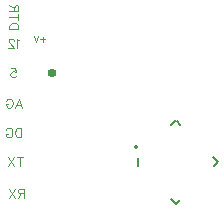
<source format=gbo>
G04 DipTrace Beta 2.3.5.2*
%INMinimOSD_MK2.GBO*%
%MOIN*%
%ADD21C,0.014*%
%ADD22O,0.03X0.028*%
%ADD23C,0.008*%
%ADD50C,0.0046*%
%ADD51C,0.0031*%
%FSLAX44Y44*%
G04*
G70*
G90*
G75*
G01*
%LNBottom BottomSilk*%
%LPD*%
D21*
X5750Y1960D3*
D22*
X2930Y4430D3*
X8310Y1630D2*
D23*
X8470Y1470D1*
Y1480D2*
X8330Y1340D1*
X6910Y230D2*
X7060Y80D1*
X7200Y220D1*
X6910Y2710D2*
X7070Y2870D1*
X7220Y2720D2*
X7090Y2850D1*
X5810Y1330D2*
Y1620D1*
X1818Y5904D2*
D50*
X1517D1*
Y6005D1*
X1531Y6048D1*
X1560Y6077D1*
X1589Y6091D1*
X1632Y6105D1*
X1704D1*
X1747Y6091D1*
X1775Y6077D1*
X1804Y6048D1*
X1818Y6005D1*
Y5904D1*
Y6298D2*
X1517D1*
X1818Y6198D2*
Y6399D1*
X1675Y6491D2*
Y6620D1*
X1689Y6664D1*
X1704Y6678D1*
X1732Y6692D1*
X1761D1*
X1789Y6678D1*
X1804Y6664D1*
X1818Y6620D1*
Y6491D1*
X1517D1*
X1675Y6592D2*
X1517Y6692D1*
X1844Y5532D2*
X1815Y5546D1*
X1772Y5589D1*
Y5288D1*
X1665Y5518D2*
Y5532D1*
X1650Y5561D1*
X1636Y5575D1*
X1607Y5589D1*
X1550D1*
X1521Y5575D1*
X1507Y5561D1*
X1492Y5532D1*
Y5503D1*
X1507Y5474D1*
X1536Y5432D1*
X1679Y5288D1*
X1478D1*
X1577Y4599D2*
X1720D1*
X1735Y4470D1*
X1720Y4484D1*
X1677Y4499D1*
X1634D1*
X1591Y4484D1*
X1562Y4456D1*
X1548Y4413D1*
Y4384D1*
X1562Y4341D1*
X1591Y4312D1*
X1634Y4298D1*
X1677D1*
X1720Y4312D1*
X1735Y4327D1*
X1749Y4355D1*
X1716Y3285D2*
X1831Y3587D1*
X1946Y3285D1*
X1903Y3386D2*
X1759D1*
X1408Y3515D2*
X1422Y3544D1*
X1451Y3572D1*
X1480Y3587D1*
X1537D1*
X1566Y3572D1*
X1595Y3544D1*
X1609Y3515D1*
X1623Y3472D1*
Y3400D1*
X1609Y3357D1*
X1595Y3328D1*
X1566Y3300D1*
X1537Y3285D1*
X1480D1*
X1451Y3300D1*
X1422Y3328D1*
X1408Y3357D1*
Y3400D1*
X1480D1*
X1914Y2604D2*
Y2303D1*
X1813D1*
X1770Y2317D1*
X1741Y2346D1*
X1727Y2374D1*
X1713Y2417D1*
Y2489D1*
X1727Y2532D1*
X1741Y2561D1*
X1770Y2590D1*
X1813Y2604D1*
X1914D1*
X1405Y2532D2*
X1419Y2561D1*
X1448Y2590D1*
X1477Y2604D1*
X1534D1*
X1563Y2590D1*
X1591Y2561D1*
X1606Y2532D1*
X1620Y2489D1*
Y2417D1*
X1606Y2374D1*
X1591Y2346D1*
X1563Y2317D1*
X1534Y2303D1*
X1477D1*
X1448Y2317D1*
X1419Y2346D1*
X1405Y2374D1*
Y2417D1*
X1477D1*
X1857Y1631D2*
Y1330D1*
X1957Y1631D2*
X1756D1*
X1663D2*
X1463Y1330D1*
Y1631D2*
X1663Y1330D1*
X2007Y437D2*
X1878D1*
X1835Y452D1*
X1820Y466D1*
X1806Y495D1*
Y524D1*
X1820Y552D1*
X1835Y567D1*
X1878Y581D1*
X2007D1*
Y280D1*
X1907Y437D2*
X1806Y280D1*
X1713Y581D2*
X1513Y280D1*
Y581D2*
X1713Y280D1*
X2631Y5648D2*
D51*
Y5475D1*
X2717Y5561D2*
X2545D1*
X2483Y5662D2*
X2407Y5461D1*
X2330Y5662D1*
M02*

</source>
